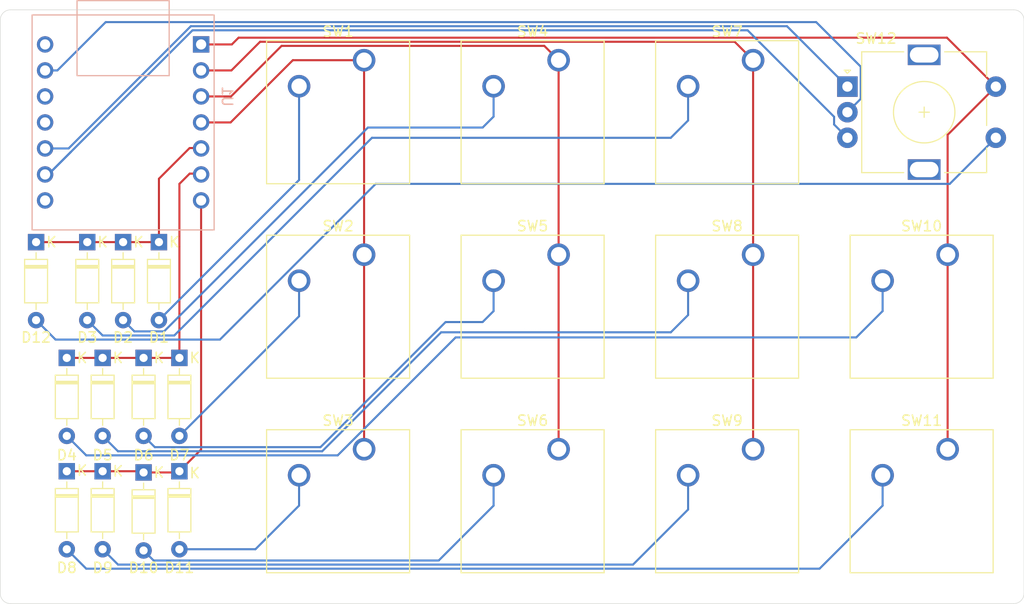
<source format=kicad_pcb>
(kicad_pcb (version 20240108) (generator "pcbnew") (generator_version "8.0")
  (layers (0 "F.Cu" signal) (31 "B.Cu" signal) (34 "B.Paste" user) (35 "F.Paste" user) (36 "B.SilkS" user "B.Silkscreen") (37 "F.SilkS" user "F.Silkscreen") (38 "B.Mask" user) (39 "F.Mask" user) (44 "Edge.Cuts" user))
  (net 0 "")
  (net 1 "GND")
  (net 2 "Net-(U1-PA5_A9_D9_MISO)")
  (net 3 "Net-(U1-PA7_A8_D8_SCK)")
  (net 5 "Net-(D1-A)")
  (net 6 "Net-(D1-K)")
  (net 7 "Net-(D2-A)")
  (net 8 "Net-(D10-K)")
  (net 9 "Net-(D3-A)")
  (net 10 "Net-(D4-A)")
  (net 11 "Net-(D5-A)")
  (net 12 "Net-(D6-A)")
  (net 13 "Net-(D7-A)")
  (net 14 "Net-(D8-A)")
  (net 15 "Net-(D9-A)")
  (net 16 "Net-(D10-A)")
  (net 17 "Net-(D11-A)")
  (net 18 "Net-(U1-PA11_A3_D3)")
  (net 19 "Net-(U1-PA10_A2_D2)")
  (net 20 "Net-(U1-PA4_A1_D1)")
  (net 21 "Net-(U1-PA02_A0_D0)")
  (net 22 "Net-(D12-A)")
  (net 26 "Net-(D4-K)")
  (footprint "Button_Switch_Keyboard:SW_Cherry_MX_1.00u_PCB" (layer "F.Cu") (at 80.54 77.92)
    (property "Reference" "SW1" (at -2.54 -2.794 0) (layer "F.SilkS"))
    (property "Value" "SW_Push")
    (fp_line (start -9.525 -1.905) (end 4.445 -1.905) (stroke (width 0.12)) (layer "F.SilkS"))
    (fp_line (start -9.525 12.065) (end -9.525 -1.905) (stroke (width 0.12)) (layer "F.SilkS"))
    (fp_line (start 4.445 -1.905) (end 4.445 12.065) (stroke (width 0.12)) (layer "F.SilkS"))
    (fp_line (start 4.445 12.065) (end -9.525 12.065) (stroke (width 0.12)) (layer "F.SilkS"))
    (pad "" np_thru_hole circle (at -7.62 5.08) (size 1.7 1.7) (drill 1.7) (layers "*.Cu" "*.Mask"))
    (pad "" np_thru_hole circle (at -2.54 5.08) (size 4 4) (drill 4) (layers "*.Cu" "*.Mask"))
    (pad "" np_thru_hole circle (at 2.54 5.08) (size 1.7 1.7) (drill 1.7) (layers "*.Cu" "*.Mask"))
    (pad "1" thru_hole circle (at 0 0) (size 2.2 2.2) (drill 1.5) (layers "*.Cu" "*.Mask") (net 18 "Net-(U1-PA11_A3_D3)"))
    (pad "2" thru_hole circle (at -6.35 2.54) (size 2.2 2.2) (drill 1.5) (layers "*.Cu" "*.Mask") (net 5 "Net-(D1-A)"))
  )
  (footprint "rotaryenc:RotaryEncoder_Alps_EC11E-Switch_Vertical_H20mm" (layer "F.Cu") (at 127.75 80.5)
    (property "Reference" "SW12" (at 2.8 -4.7 0) (layer "F.SilkS"))
    (property "Value" "RotaryEncoder_Switch")
    (fp_line (start -0.3 -1.6) (end 0.3 -1.6) (stroke (width 0.12)) (layer "F.SilkS"))
    (fp_line (start 0 -1.3) (end -0.3 -1.6) (stroke (width 0.12)) (layer "F.SilkS"))
    (fp_line (start 0.3 -1.6) (end 0 -1.3) (stroke (width 0.12)) (layer "F.SilkS"))
    (fp_line (start 1.4 -3.4) (end 1.4 8.4) (stroke (width 0.12)) (layer "F.SilkS"))
    (fp_line (start 5.5 -3.4) (end 1.4 -3.4) (stroke (width 0.12)) (layer "F.SilkS"))
    (fp_line (start 5.5 8.4) (end 1.4 8.4) (stroke (width 0.12)) (layer "F.SilkS"))
    (fp_line (start 7 2.5) (end 8 2.5) (stroke (width 0.12)) (layer "F.SilkS"))
    (fp_line (start 7.5 2) (end 7.5 3) (stroke (width 0.12)) (layer "F.SilkS"))
    (fp_line (start 9.5 -3.4) (end 13.6 -3.4) (stroke (width 0.12)) (layer "F.SilkS"))
    (fp_line (start 13.6 -3.4) (end 13.6 -1) (stroke (width 0.12)) (layer "F.SilkS"))
    (fp_line (start 13.6 1.2) (end 13.6 3.8) (stroke (width 0.12)) (layer "F.SilkS"))
    (fp_line (start 13.6 6) (end 13.6 8.4) (stroke (width 0.12)) (layer "F.SilkS"))
    (fp_line (start 13.6 8.4) (end 9.5 8.4) (stroke (width 0.12)) (layer "F.SilkS"))
    (fp_circle (center 7.5 2.5) (end 10.5 2.5) (stroke (width 0.12)) (fill none) (layer "F.SilkS"))
    (pad "A" thru_hole rect (at 0 0) (size 2 2) (drill 1) (layers "*.Cu" "*.Mask") (net 2 "Net-(U1-PA5_A9_D9_MISO)"))
    (pad "B" thru_hole circle (at 0 5) (size 2 2) (drill 1) (layers "*.Cu" "*.Mask") (net 3 "Net-(U1-PA7_A8_D8_SCK)"))
    (pad "C" thru_hole circle (at 0 2.5) (size 2 2) (drill 1) (layers "*.Cu" "*.Mask") (net 1 "GND"))
    (pad "MP" thru_hole rect (at 7.5 -3.1) (size 3.2 2) (drill oval 2.8 1.5) (layers "*.Cu" "*.Mask"))
    (pad "MP" thru_hole rect (at 7.5 8.1) (size 3.2 2) (drill oval 2.8 1.5) (layers "*.Cu" "*.Mask"))
    (pad "S1" thru_hole circle (at 14.5 5) (size 2 2) (drill 1) (layers "*.Cu" "*.Mask") (net 22 "Net-(D12-A)"))
    (pad "S2" thru_hole circle (at 14.5 0) (size 2 2) (drill 1) (layers "*.Cu" "*.Mask") (net 21 "Net-(U1-PA02_A0_D0)"))
  )
  (footprint "Button_Switch_Keyboard:SW_Cherry_MX_1.00u_PCB" (layer "F.Cu") (at 99.54 115.92)
    (property "Reference" "SW6" (at -2.54 -2.794 0) (layer "F.SilkS"))
    (property "Value" "SW_Push")
    (fp_line (start -9.525 -1.905) (end 4.445 -1.905) (stroke (width 0.12)) (layer "F.SilkS"))
    (fp_line (start -9.525 12.065) (end -9.525 -1.905) (stroke (width 0.12)) (layer "F.SilkS"))
    (fp_line (start 4.445 -1.905) (end 4.445 12.065) (stroke (width 0.12)) (layer "F.SilkS"))
    (fp_line (start 4.445 12.065) (end -9.525 12.065) (stroke (width 0.12)) (layer "F.SilkS"))
    (pad "" np_thru_hole circle (at -7.62 5.08) (size 1.7 1.7) (drill 1.7) (layers "*.Cu" "*.Mask"))
    (pad "" np_thru_hole circle (at -2.54 5.08) (size 4 4) (drill 4) (layers "*.Cu" "*.Mask"))
    (pad "" np_thru_hole circle (at 2.54 5.08) (size 1.7 1.7) (drill 1.7) (layers "*.Cu" "*.Mask"))
    (pad "1" thru_hole circle (at 0 0) (size 2.2 2.2) (drill 1.5) (layers "*.Cu" "*.Mask") (net 19 "Net-(U1-PA10_A2_D2)"))
    (pad "2" thru_hole circle (at -6.35 2.54) (size 2.2 2.2) (drill 1.5) (layers "*.Cu" "*.Mask") (net 16 "Net-(D10-A)"))
  )
  (footprint "Button_Switch_Keyboard:SW_Cherry_MX_1.00u_PCB" (layer "F.Cu") (at 80.54 115.92)
    (property "Reference" "SW3" (at -2.54 -2.794 0) (layer "F.SilkS"))
    (property "Value" "SW_Push")
    (fp_line (start -9.525 -1.905) (end 4.445 -1.905) (stroke (width 0.12)) (layer "F.SilkS"))
    (fp_line (start -9.525 12.065) (end -9.525 -1.905) (stroke (width 0.12)) (layer "F.SilkS"))
    (fp_line (start 4.445 -1.905) (end 4.445 12.065) (stroke (width 0.12)) (layer "F.SilkS"))
    (fp_line (start 4.445 12.065) (end -9.525 12.065) (stroke (width 0.12)) (layer "F.SilkS"))
    (pad "" np_thru_hole circle (at -7.62 5.08) (size 1.7 1.7) (drill 1.7) (layers "*.Cu" "*.Mask"))
    (pad "" np_thru_hole circle (at -2.54 5.08) (size 4 4) (drill 4) (layers "*.Cu" "*.Mask"))
    (pad "" np_thru_hole circle (at 2.54 5.08) (size 1.7 1.7) (drill 1.7) (layers "*.Cu" "*.Mask"))
    (pad "1" thru_hole circle (at 0 0) (size 2.2 2.2) (drill 1.5) (layers "*.Cu" "*.Mask") (net 18 "Net-(U1-PA11_A3_D3)"))
    (pad "2" thru_hole circle (at -6.35 2.54) (size 2.2 2.2) (drill 1.5) (layers "*.Cu" "*.Mask") (net 17 "Net-(D11-A)"))
  )
  (footprint "Diode_THT:D_DO-35_SOD27_P7.62mm_Horizontal" (layer "F.Cu") (at 60.5 95.69 -90)
    (property "Reference" "D1" (at 9.31 0 180) (layer "F.SilkS"))
    (property "Value" "1N4148" (hide yes))
    (fp_line (start 1.69 1.12) (end 5.93 1.12) (stroke (width 0.12)) (layer "F.SilkS"))
    (fp_line (start 5.93 1.12) (end 5.93 -1.12) (stroke (width 0.12)) (layer "F.SilkS"))
    (fp_line (start 1.04 0) (end 1.69 0) (stroke (width 0.12)) (layer "F.SilkS"))
    (fp_line (start 6.58 0) (end 5.93 0) (stroke (width 0.12)) (layer "F.SilkS"))
    (fp_line (start 1.69 -1.12) (end 1.69 1.12) (stroke (width 0.12)) (layer "F.SilkS"))
    (fp_line (start 2.29 -1.12) (end 2.29 1.12) (stroke (width 0.12)) (layer "F.SilkS"))
    (fp_line (start 2.41 -1.12) (end 2.41 1.12) (stroke (width 0.12)) (layer "F.SilkS"))
    (fp_line (start 2.53 -1.12) (end 2.53 1.12) (stroke (width 0.12)) (layer "F.SilkS"))
    (fp_line (start 5.93 -1.12) (end 1.69 -1.12) (stroke (width 0.12)) (layer "F.SilkS"))
    (fp_text user "K" (at 0 -1.5 180) (layer "F.SilkS"))
    (pad "1" thru_hole rect (at 0 0 270) (size 1.6 1.6) (drill 0.8) (layers "*.Cu" "*.Mask") (net 6 "Net-(D1-K)"))
    (pad "2" thru_hole oval (at 7.62 0 270) (size 1.6 1.6) (drill 0.8) (layers "*.Cu" "*.Mask") (net 5 "Net-(D1-A)"))
  )
  (footprint "Diode_THT:D_DO-35_SOD27_P7.62mm_Horizontal" (layer "F.Cu") (at 62.5 118.07 -90)
    (property "Reference" "D11" (at 9.43 0 180) (layer "F.SilkS"))
    (property "Value" "1N4148" (hide yes))
    (fp_line (start 1.69 1.12) (end 5.93 1.12) (stroke (width 0.12)) (layer "F.SilkS"))
    (fp_line (start 5.93 1.12) (end 5.93 -1.12) (stroke (width 0.12)) (layer "F.SilkS"))
    (fp_line (start 1.04 0) (end 1.69 0) (stroke (width 0.12)) (layer "F.SilkS"))
    (fp_line (start 6.58 0) (end 5.93 0) (stroke (width 0.12)) (layer "F.SilkS"))
    (fp_line (start 1.69 -1.12) (end 1.69 1.12) (stroke (width 0.12)) (layer "F.SilkS"))
    (fp_line (start 2.29 -1.12) (end 2.29 1.12) (stroke (width 0.12)) (layer "F.SilkS"))
    (fp_line (start 2.41 -1.12) (end 2.41 1.12) (stroke (width 0.12)) (layer "F.SilkS"))
    (fp_line (start 2.53 -1.12) (end 2.53 1.12) (stroke (width 0.12)) (layer "F.SilkS"))
    (fp_line (start 5.93 -1.12) (end 1.69 -1.12) (stroke (width 0.12)) (layer "F.SilkS"))
    (fp_text user "K" (at 0.18 -1.5 180) (layer "F.SilkS"))
    (pad "1" thru_hole rect (at 0 0 270) (size 1.6 1.6) (drill 0.8) (layers "*.Cu" "*.Mask") (net 8 "Net-(D10-K)"))
    (pad "2" thru_hole oval (at 7.62 0 270) (size 1.6 1.6) (drill 0.8) (layers "*.Cu" "*.Mask") (net 17 "Net-(D11-A)"))
  )
  (footprint "Button_Switch_Keyboard:SW_Cherry_MX_1.00u_PCB" (layer "F.Cu") (at 118.54 115.92)
    (property "Reference" "SW9" (at -2.54 -2.794 0) (layer "F.SilkS"))
    (property "Value" "SW_Push")
    (fp_line (start -9.525 -1.905) (end 4.445 -1.905) (stroke (width 0.12)) (layer "F.SilkS"))
    (fp_line (start -9.525 12.065) (end -9.525 -1.905) (stroke (width 0.12)) (layer "F.SilkS"))
    (fp_line (start 4.445 -1.905) (end 4.445 12.065) (stroke (width 0.12)) (layer "F.SilkS"))
    (fp_line (start 4.445 12.065) (end -9.525 12.065) (stroke (width 0.12)) (layer "F.SilkS"))
    (pad "" np_thru_hole circle (at -7.62 5.08) (size 1.7 1.7) (drill 1.7) (layers "*.Cu" "*.Mask"))
    (pad "" np_thru_hole circle (at -2.54 5.08) (size 4 4) (drill 4) (layers "*.Cu" "*.Mask"))
    (pad "" np_thru_hole circle (at 2.54 5.08) (size 1.7 1.7) (drill 1.7) (layers "*.Cu" "*.Mask"))
    (pad "1" thru_hole circle (at 0 0) (size 2.2 2.2) (drill 1.5) (layers "*.Cu" "*.Mask") (net 20 "Net-(U1-PA4_A1_D1)"))
    (pad "2" thru_hole circle (at -6.35 2.54) (size 2.2 2.2) (drill 1.5) (layers "*.Cu" "*.Mask") (net 15 "Net-(D9-A)"))
  )
  (footprint "Diode_THT:D_DO-35_SOD27_P7.62mm_Horizontal" (layer "F.Cu") (at 55 118.07 -90)
    (property "Reference" "D9" (at 9.43 0 180) (layer "F.SilkS"))
    (property "Value" "1N4148" (hide yes))
    (fp_line (start 1.69 1.12) (end 5.93 1.12) (stroke (width 0.12)) (layer "F.SilkS"))
    (fp_line (start 5.93 1.12) (end 5.93 -1.12) (stroke (width 0.12)) (layer "F.SilkS"))
    (fp_line (start 1.04 0) (end 1.69 0) (stroke (width 0.12)) (layer "F.SilkS"))
    (fp_line (start 6.58 0) (end 5.93 0) (stroke (width 0.12)) (layer "F.SilkS"))
    (fp_line (start 1.69 -1.12) (end 1.69 1.12) (stroke (width 0.12)) (layer "F.SilkS"))
    (fp_line (start 2.29 -1.12) (end 2.29 1.12) (stroke (width 0.12)) (layer "F.SilkS"))
    (fp_line (start 2.41 -1.12) (end 2.41 1.12) (stroke (width 0.12)) (layer "F.SilkS"))
    (fp_line (start 2.53 -1.12) (end 2.53 1.12) (stroke (width 0.12)) (layer "F.SilkS"))
    (fp_line (start 5.93 -1.12) (end 1.69 -1.12) (stroke (width 0.12)) (layer "F.SilkS"))
    (fp_text user "K" (at 0 -1.5 180) (layer "F.SilkS"))
    (pad "1" thru_hole rect (at 0 0 270) (size 1.6 1.6) (drill 0.8) (layers "*.Cu" "*.Mask") (net 8 "Net-(D10-K)"))
    (pad "2" thru_hole oval (at 7.62 0 270) (size 1.6 1.6) (drill 0.8) (layers "*.Cu" "*.Mask") (net 15 "Net-(D9-A)"))
  )
  (footprint "Diode_THT:D_DO-35_SOD27_P7.62mm_Horizontal" (layer "F.Cu") (at 51.5 107 -90)
    (property "Reference" "D4" (at 9.5 0 0) (layer "F.SilkS"))
    (property "Value" "1N4148")
    (fp_line (start 1.69 1.12) (end 5.93 1.12) (stroke (width 0.12)) (layer "F.SilkS"))
    (fp_line (start 5.93 1.12) (end 5.93 -1.12) (stroke (width 0.12)) (layer "F.SilkS"))
    (fp_line (start 1.04 0) (end 1.69 0) (stroke (width 0.12)) (layer "F.SilkS"))
    (fp_line (start 6.58 0) (end 5.93 0) (stroke (width 0.12)) (layer "F.SilkS"))
    (fp_line (start 1.69 -1.12) (end 1.69 1.12) (stroke (width 0.12)) (layer "F.SilkS"))
    (fp_line (start 2.29 -1.12) (end 2.29 1.12) (stroke (width 0.12)) (layer "F.SilkS"))
    (fp_line (start 2.41 -1.12) (end 2.41 1.12) (stroke (width 0.12)) (layer "F.SilkS"))
    (fp_line (start 2.53 -1.12) (end 2.53 1.12) (stroke (width 0.12)) (layer "F.SilkS"))
    (fp_line (start 5.93 -1.12) (end 1.69 -1.12) (stroke (width 0.12)) (layer "F.SilkS"))
    (fp_text user "K" (at 0 -1.5 180) (layer "F.SilkS"))
    (pad "1" thru_hole rect (at 0 0 270) (size 1.6 1.6) (drill 0.8) (layers "*.Cu" "*.Mask") (net 26 "Net-(D4-K)"))
    (pad "2" thru_hole oval (at 7.62 0 270) (size 1.6 1.6) (drill 0.8) (layers "*.Cu" "*.Mask") (net 10 "Net-(D4-A)"))
  )
  (footprint "Diode_THT:D_DO-35_SOD27_P7.62mm_Horizontal" (layer "F.Cu") (at 55 107 -90)
    (property "Reference" "D5" (at 9.5 0 180) (layer "F.SilkS"))
    (property "Value" "1N4148" (hide yes))
    (fp_line (start 1.69 1.12) (end 5.93 1.12) (stroke (width 0.12)) (layer "F.SilkS"))
    (fp_line (start 5.93 1.12) (end 5.93 -1.12) (stroke (width 0.12)) (layer "F.SilkS"))
    (fp_line (start 1.04 0) (end 1.69 0) (stroke (width 0.12)) (layer "F.SilkS"))
    (fp_line (start 6.58 0) (end 5.93 0) (stroke (width 0.12)) (layer "F.SilkS"))
    (fp_line (start 1.69 -1.12) (end 1.69 1.12) (stroke (width 0.12)) (layer "F.SilkS"))
    (fp_line (start 2.29 -1.12) (end 2.29 1.12) (stroke (width 0.12)) (layer "F.SilkS"))
    (fp_line (start 2.41 -1.12) (end 2.41 1.12) (stroke (width 0.12)) (layer "F.SilkS"))
    (fp_line (start 2.53 -1.12) (end 2.53 1.12) (stroke (width 0.12)) (layer "F.SilkS"))
    (fp_line (start 5.93 -1.12) (end 1.69 -1.12) (stroke (width 0.12)) (layer "F.SilkS"))
    (fp_text user "K" (at 0 -1.5 180) (layer "F.SilkS"))
    (pad "1" thru_hole rect (at 0 0 270) (size 1.6 1.6) (drill 0.8) (layers "*.Cu" "*.Mask") (net 26 "Net-(D4-K)"))
    (pad "2" thru_hole oval (at 7.62 0 270) (size 1.6 1.6) (drill 0.8) (layers "*.Cu" "*.Mask") (net 11 "Net-(D5-A)"))
  )
  (footprint "Button_Switch_Keyboard:SW_Cherry_MX_1.00u_PCB" (layer "F.Cu") (at 137.54 96.92)
    (property "Reference" "SW10" (at -2.54 -2.794 0) (layer "F.SilkS"))
    (property "Value" "SW_Push")
    (fp_line (start -9.525 -1.905) (end 4.445 -1.905) (stroke (width 0.12)) (layer "F.SilkS"))
    (fp_line (start -9.525 12.065) (end -9.525 -1.905) (stroke (width 0.12)) (layer "F.SilkS"))
    (fp_line (start 4.445 -1.905) (end 4.445 12.065) (stroke (width 0.12)) (layer "F.SilkS"))
    (fp_line (start 4.445 12.065) (end -9.525 12.065) (stroke (width 0.12)) (layer "F.SilkS"))
    (pad "" np_thru_hole circle (at -7.62 5.08) (size 1.7 1.7) (drill 1.7) (layers "*.Cu" "*.Mask"))
    (pad "" np_thru_hole circle (at -2.54 5.08) (size 4 4) (drill 4) (layers "*.Cu" "*.Mask"))
    (pad "" np_thru_hole circle (at 2.54 5.08) (size 1.7 1.7) (drill 1.7) (layers "*.Cu" "*.Mask"))
    (pad "1" thru_hole circle (at 0 0) (size 2.2 2.2) (drill 1.5) (layers "*.Cu" "*.Mask") (net 21 "Net-(U1-PA02_A0_D0)"))
    (pad "2" thru_hole circle (at -6.35 2.54) (size 2.2 2.2) (drill 1.5) (layers "*.Cu" "*.Mask") (net 10 "Net-(D4-A)"))
  )
  (footprint "Button_Switch_Keyboard:SW_Cherry_MX_1.00u_PCB" (layer "F.Cu") (at 99.54 77.92)
    (property "Reference" "SW4" (at -2.54 -2.794 0) (layer "F.SilkS"))
    (property "Value" "SW_Push")
    (fp_line (start -9.525 -1.905) (end 4.445 -1.905) (stroke (width 0.12)) (layer "F.SilkS"))
    (fp_line (start -9.525 12.065) (end -9.525 -1.905) (stroke (width 0.12)) (layer "F.SilkS"))
    (fp_line (start 4.445 -1.905) (end 4.445 12.065) (stroke (width 0.12)) (layer "F.SilkS"))
    (fp_line (start 4.445 12.065) (end -9.525 12.065) (stroke (width 0.12)) (layer "F.SilkS"))
    (pad "" np_thru_hole circle (at -7.62 5.08) (size 1.7 1.7) (drill 1.7) (layers "*.Cu" "*.Mask"))
    (pad "" np_thru_hole circle (at -2.54 5.08) (size 4 4) (drill 4) (layers "*.Cu" "*.Mask"))
    (pad "" np_thru_hole circle (at 2.54 5.08) (size 1.7 1.7) (drill 1.7) (layers "*.Cu" "*.Mask"))
    (pad "1" thru_hole circle (at 0 0) (size 2.2 2.2) (drill 1.5) (layers "*.Cu" "*.Mask") (net 19 "Net-(U1-PA10_A2_D2)"))
    (pad "2" thru_hole circle (at -6.35 2.54) (size 2.2 2.2) (drill 1.5) (layers "*.Cu" "*.Mask") (net 7 "Net-(D2-A)"))
  )
  (footprint "Diode_THT:D_DO-35_SOD27_P7.62mm_Horizontal" (layer "F.Cu") (at 57 95.69 -90)
    (property "Reference" "D2" (at 9.31 0 180) (layer "F.SilkS"))
    (property "Value" "1N4148" (hide yes))
    (fp_line (start 1.69 1.12) (end 5.93 1.12) (stroke (width 0.12)) (layer "F.SilkS"))
    (fp_line (start 5.93 1.12) (end 5.93 -1.12) (stroke (width 0.12)) (layer "F.SilkS"))
    (fp_line (start 1.04 0) (end 1.69 0) (stroke (width 0.12)) (layer "F.SilkS"))
    (fp_line (start 6.58 0) (end 5.93 0) (stroke (width 0.12)) (layer "F.SilkS"))
    (fp_line (start 1.69 -1.12) (end 1.69 1.12) (stroke (width 0.12)) (layer "F.SilkS"))
    (fp_line (start 2.29 -1.12) (end 2.29 1.12) (stroke (width 0.12)) (layer "F.SilkS"))
    (fp_line (start 2.41 -1.12) (end 2.41 1.12) (stroke (width 0.12)) (layer "F.SilkS"))
    (fp_line (start 2.53 -1.12) (end 2.53 1.12) (stroke (width 0.12)) (layer "F.SilkS"))
    (fp_line (start 5.93 -1.12) (end 1.69 -1.12) (stroke (width 0.12)) (layer "F.SilkS"))
    (fp_text user "K" (at 0 -1.5 180) (layer "F.SilkS"))
    (pad "1" thru_hole rect (at 0 0 270) (size 1.6 1.6) (drill 0.8) (layers "*.Cu" "*.Mask") (net 6 "Net-(D1-K)"))
    (pad "2" thru_hole oval (at 7.62 0 270) (size 1.6 1.6) (drill 0.8) (layers "*.Cu" "*.Mask") (net 7 "Net-(D2-A)"))
  )
  (footprint "Diode_THT:D_DO-35_SOD27_P7.62mm_Horizontal" (layer "F.Cu") (at 51.5 118.07 -90)
    (property "Reference" "D8" (at 9.43 0 180) (layer "F.SilkS"))
    (property "Value" "1N4148")
    (fp_line (start 1.69 1.12) (end 5.93 1.12) (stroke (width 0.12)) (layer "F.SilkS"))
    (fp_line (start 5.93 1.12) (end 5.93 -1.12) (stroke (width 0.12)) (layer "F.SilkS"))
    (fp_line (start 1.04 0) (end 1.69 0) (stroke (width 0.12)) (layer "F.SilkS"))
    (fp_line (start 6.58 0) (end 5.93 0) (stroke (width 0.12)) (layer "F.SilkS"))
    (fp_line (start 1.69 -1.12) (end 1.69 1.12) (stroke (width 0.12)) (layer "F.SilkS"))
    (fp_line (start 2.29 -1.12) (end 2.29 1.12) (stroke (width 0.12)) (layer "F.SilkS"))
    (fp_line (start 2.41 -1.12) (end 2.41 1.12) (stroke (width 0.12)) (layer "F.SilkS"))
    (fp_line (start 2.53 -1.12) (end 2.53 1.12) (stroke (width 0.12)) (layer "F.SilkS"))
    (fp_line (start 5.93 -1.12) (end 1.69 -1.12) (stroke (width 0.12)) (layer "F.SilkS"))
    (fp_text user "K" (at -0.07 -1.5 180) (layer "F.SilkS"))
    (pad "1" thru_hole rect (at 0 0 270) (size 1.6 1.6) (drill 0.8) (layers "*.Cu" "*.Mask") (net 8 "Net-(D10-K)"))
    (pad "2" thru_hole oval (at 7.62 0 270) (size 1.6 1.6) (drill 0.8) (layers "*.Cu" "*.Mask") (net 14 "Net-(D8-A)"))
  )
  (footprint "Button_Switch_Keyboard:SW_Cherry_MX_1.00u_PCB" (layer "F.Cu") (at 118.54 96.92)
    (property "Reference" "SW8" (at -2.54 -2.794 0) (layer "F.SilkS"))
    (property "Value" "SW_Push")
    (fp_line (start -9.525 -1.905) (end 4.445 -1.905) (stroke (width 0.12)) (layer "F.SilkS"))
    (fp_line (start -9.525 12.065) (end -9.525 -1.905) (stroke (width 0.12)) (layer "F.SilkS"))
    (fp_line (start 4.445 -1.905) (end 4.445 12.065) (stroke (width 0.12)) (layer "F.SilkS"))
    (fp_line (start 4.445 12.065) (end -9.525 12.065) (stroke (width 0.12)) (layer "F.SilkS"))
    (pad "" np_thru_hole circle (at -7.62 5.08) (size 1.7 1.7) (drill 1.7) (layers "*.Cu" "*.Mask"))
    (pad "" np_thru_hole circle (at -2.54 5.08) (size 4 4) (drill 4) (layers "*.Cu" "*.Mask"))
    (pad "" np_thru_hole circle (at 2.54 5.08) (size 1.7 1.7) (drill 1.7) (layers "*.Cu" "*.Mask"))
    (pad "1" thru_hole circle (at 0 0) (size 2.2 2.2) (drill 1.5) (layers "*.Cu" "*.Mask") (net 20 "Net-(U1-PA4_A1_D1)"))
    (pad "2" thru_hole circle (at -6.35 2.54) (size 2.2 2.2) (drill 1.5) (layers "*.Cu" "*.Mask") (net 11 "Net-(D5-A)"))
  )
  (footprint "Diode_THT:D_DO-35_SOD27_P7.62mm_Horizontal" (layer "F.Cu") (at 53.5 95.69 -90)
    (property "Reference" "D3" (at 9.31 0 180) (layer "F.SilkS"))
    (property "Value" "1N4148")
    (fp_line (start 1.69 1.12) (end 5.93 1.12) (stroke (width 0.12)) (layer "F.SilkS"))
    (fp_line (start 5.93 1.12) (end 5.93 -1.12) (stroke (width 0.12)) (layer "F.SilkS"))
    (fp_line (start 1.04 0) (end 1.69 0) (stroke (width 0.12)) (layer "F.SilkS"))
    (fp_line (start 6.58 0) (end 5.93 0) (stroke (width 0.12)) (layer "F.SilkS"))
    (fp_line (start 1.69 -1.12) (end 1.69 1.12) (stroke (width 0.12)) (layer "F.SilkS"))
    (fp_line (start 2.29 -1.12) (end 2.29 1.12) (stroke (width 0.12)) (layer "F.SilkS"))
    (fp_line (start 2.41 -1.12) (end 2.41 1.12) (stroke (width 0.12)) (layer "F.SilkS"))
    (fp_line (start 2.53 -1.12) (end 2.53 1.12) (stroke (width 0.12)) (layer "F.SilkS"))
    (fp_line (start 5.93 -1.12) (end 1.69 -1.12) (stroke (width 0.12)) (layer "F.SilkS"))
    (fp_text user "K" (at 0 -1.5 180) (layer "F.SilkS"))
    (pad "1" thru_hole rect (at 0 0 270) (size 1.6 1.6) (drill 0.8) (layers "*.Cu" "*.Mask") (net 6 "Net-(D1-K)"))
    (pad "2" thru_hole oval (at 7.62 0 270) (size 1.6 1.6) (drill 0.8) (layers "*.Cu" "*.Mask") (net 9 "Net-(D3-A)"))
  )
  (footprint "Diode_THT:D_DO-35_SOD27_P7.62mm_Horizontal" (layer "F.Cu") (at 59 118.19 -90)
    (property "Reference" "D10" (at 9.31 0 180) (layer "F.SilkS"))
    (property "Value" "1N4148" (hide yes))
    (fp_line (start 1.69 1.12) (end 5.93 1.12) (stroke (width 0.12)) (layer "F.SilkS"))
    (fp_line (start 5.93 1.12) (end 5.93 -1.12) (stroke (width 0.12)) (layer "F.SilkS"))
    (fp_line (start 1.04 0) (end 1.69 0) (stroke (width 0.12)) (layer "F.SilkS"))
    (fp_line (start 6.58 0) (end 5.93 0) (stroke (width 0.12)) (layer "F.SilkS"))
    (fp_line (start 1.69 -1.12) (end 1.69 1.12) (stroke (width 0.12)) (layer "F.SilkS"))
    (fp_line (start 2.29 -1.12) (end 2.29 1.12) (stroke (width 0.12)) (layer "F.SilkS"))
    (fp_line (start 2.41 -1.12) (end 2.41 1.12) (stroke (width 0.12)) (layer "F.SilkS"))
    (fp_line (start 2.53 -1.12) (end 2.53 1.12) (stroke (width 0.12)) (layer "F.SilkS"))
    (fp_line (start 5.93 -1.12) (end 1.69 -1.12) (stroke (width 0.12)) (layer "F.SilkS"))
    (fp_text user "K" (at 0 -1.5 180) (layer "F.SilkS"))
    (pad "1" thru_hole rect (at 0 0 270) (size 1.6 1.6) (drill 0.8) (layers "*.Cu" "*.Mask") (net 8 "Net-(D10-K)"))
    (pad "2" thru_hole oval (at 7.62 0 270) (size 1.6 1.6) (drill 0.8) (layers "*.Cu" "*.Mask") (net 16 "Net-(D10-A)"))
  )
  (footprint "Diode_THT:D_DO-35_SOD27_P7.62mm_Horizontal" (layer "F.Cu") (at 48.5 95.69 -90)
    (property "Reference" "D12" (at 9.31 0 180) (layer "F.SilkS"))
    (property "Value" "1N4148")
    (fp_line (start 1.69 1.12) (end 5.93 1.12) (stroke (width 0.12)) (layer "F.SilkS"))
    (fp_line (start 5.93 1.12) (end 5.93 -1.12) (stroke (width 0.12)) (layer "F.SilkS"))
    (fp_line (start 1.04 0) (end 1.69 0) (stroke (width 0.12)) (layer "F.SilkS"))
    (fp_line (start 6.58 0) (end 5.93 0) (stroke (width 0.12)) (layer "F.SilkS"))
    (fp_line (start 1.69 -1.12) (end 1.69 1.12) (stroke (width 0.12)) (layer "F.SilkS"))
    (fp_line (start 2.29 -1.12) (end 2.29 1.12) (stroke (width 0.12)) (layer "F.SilkS"))
    (fp_line (start 2.41 -1.12) (end 2.41 1.12) (stroke (width 0.12)) (layer "F.SilkS"))
    (fp_line (start 2.53 -1.12) (end 2.53 1.12) (stroke (width 0.12)) (layer "F.SilkS"))
    (fp_line (start 5.93 -1.12) (end 1.69 -1.12) (stroke (width 0.12)) (layer "F.SilkS"))
    (fp_text user "K" (at 0 -1.5 180) (layer "F.SilkS"))
    (pad "1" thru_hole rect (at 0 0 270) (size 1.6 1.6) (drill 0.8) (layers "*.Cu" "*.Mask") (net 6 "Net-(D1-K)"))
    (pad "2" thru_hole oval (at 7.62 0 270) (size 1.6 1.6) (drill 0.8) (layers "*.Cu" "*.Mask") (net 22 "Net-(D12-A)"))
  )
  (footprint "Diode_THT:D_DO-35_SOD27_P7.62mm_Horizontal" (layer "F.Cu") (at 62.5 107 -90)
    (property "Reference" "D7" (at 9.5 0 180) (layer "F.SilkS"))
    (property "Value" "1N4148" (hide yes))
    (fp_line (start 1.69 1.12) (end 5.93 1.12) (stroke (width 0.12)) (layer "F.SilkS"))
    (fp_line (start 5.93 1.12) (end 5.93 -1.12) (stroke (width 0.12)) (layer "F.SilkS"))
    (fp_line (start 1.04 0) (end 1.69 0) (stroke (width 0.12)) (layer "F.SilkS"))
    (fp_line (start 6.58 0) (end 5.93 0) (stroke (width 0.12)) (layer "F.SilkS"))
    (fp_line (start 1.69 -1.12) (end 1.69 1.12) (stroke (width 0.12)) (layer "F.SilkS"))
    (fp_line (start 2.29 -1.12) (end 2.29 1.12) (stroke (width 0.12)) (layer "F.SilkS"))
    (fp_line (start 2.41 -1.12) (end 2.41 1.12) (stroke (width 0.12)) (layer "F.SilkS"))
    (fp_line (start 2.53 -1.12) (end 2.53 1.12) (stroke (width 0.12)) (layer "F.SilkS"))
    (fp_line (start 5.93 -1.12) (end 1.69 -1.12) (stroke (width 0.12)) (layer "F.SilkS"))
    (fp_text user "K" (at 0 -1.5 180) (layer "F.SilkS"))
    (pad "1" thru_hole rect (at 0 0 270) (size 1.6 1.6) (drill 0.8) (layers "*.Cu" "*.Mask") (net 26 "Net-(D4-K)"))
    (pad "2" thru_hole oval (at 7.62 0 270) (size 1.6 1.6) (drill 0.8) (layers "*.Cu" "*.Mask") (net 13 "Net-(D7-A)"))
  )
  (footprint "Button_Switch_Keyboard:SW_Cherry_MX_1.00u_PCB" (layer "F.Cu") (at 118.54 77.92)
    (property "Reference" "SW7" (at -2.54 -2.794 0) (layer "F.SilkS"))
    (property "Value" "SW_Push")
    (fp_line (start -9.525 -1.905) (end 4.445 -1.905) (stroke (width 0.12)) (layer "F.SilkS"))
    (fp_line (start -9.525 12.065) (end -9.525 -1.905) (stroke (width 0.12)) (layer "F.SilkS"))
    (fp_line (start 4.445 -1.905) (end 4.445 12.065) (stroke (width 0.12)) (layer "F.SilkS"))
    (fp_line (start 4.445 12.065) (end -9.525 12.065) (stroke (width 0.12)) (layer "F.SilkS"))
    (pad "" np_thru_hole circle (at -7.62 5.08) (size 1.7 1.7) (drill 1.7) (layers "*.Cu" "*.Mask"))
    (pad "" np_thru_hole circle (at -2.54 5.08) (size 4 4) (drill 4) (layers "*.Cu" "*.Mask"))
    (pad "" np_thru_hole circle (at 2.54 5.08) (size 1.7 1.7) (drill 1.7) (layers "*.Cu" "*.Mask"))
    (pad "1" thru_hole circle (at 0 0) (size 2.2 2.2) (drill 1.5) (layers "*.Cu" "*.Mask") (net 20 "Net-(U1-PA4_A1_D1)"))
    (pad "2" thru_hole circle (at -6.35 2.54) (size 2.2 2.2) (drill 1.5) (layers "*.Cu" "*.Mask") (net 9 "Net-(D3-A)"))
  )
  (footprint "Diode_THT:D_DO-35_SOD27_P7.62mm_Horizontal" (layer "F.Cu") (at 59 107 -90)
    (property "Reference" "D6" (at 9.5 0 180) (layer "F.SilkS"))
    (property "Value" "1N4148" (hide yes))
    (fp_line (start 1.69 1.12) (end 5.93 1.12) (stroke (width 0.12)) (layer "F.SilkS"))
    (fp_line (start 5.93 1.12) (end 5.93 -1.12) (stroke (width 0.12)) (layer "F.SilkS"))
    (fp_line (start 1.04 0) (end 1.69 0) (stroke (width 0.12)) (layer "F.SilkS"))
    (fp_line (start 6.58 0) (end 5.93 0) (stroke (width 0.12)) (layer "F.SilkS"))
    (fp_line (start 1.69 -1.12) (end 1.69 1.12) (stroke (width 0.12)) (layer "F.SilkS"))
    (fp_line (start 2.29 -1.12) (end 2.29 1.12) (stroke (width 0.12)) (layer "F.SilkS"))
    (fp_line (start 2.41 -1.12) (end 2.41 1.12) (stroke (width 0.12)) (layer "F.SilkS"))
    (fp_line (start 2.53 -1.12) (end 2.53 1.12) (stroke (width 0.12)) (layer "F.SilkS"))
    (fp_line (start 5.93 -1.12) (end 1.69 -1.12) (stroke (width 0.12)) (layer "F.SilkS"))
    (fp_text user "K" (at 0 -1.5 180) (layer "F.SilkS"))
    (pad "1" thru_hole rect (at 0 0 270) (size 1.6 1.6) (drill 0.8) (layers "*.Cu" "*.Mask") (net 26 "Net-(D4-K)"))
    (pad "2" thru_hole oval (at 7.62 0 270) (size 1.6 1.6) (drill 0.8) (layers "*.Cu" "*.Mask") (net 12 "Net-(D6-A)"))
  )
  (footprint "Button_Switch_Keyboard:SW_Cherry_MX_1.00u_PCB" (layer "F.Cu") (at 80.54 96.92)
    (property "Reference" "SW2" (at -2.54 -2.794 0) (layer "F.SilkS"))
    (property "Value" "SW_Push")
    (fp_line (start -9.525 -1.905) (end 4.445 -1.905) (stroke (width 0.12)) (layer "F.SilkS"))
    (fp_line (start -9.525 12.065) (end -9.525 -1.905) (stroke (width 0.12)) (layer "F.SilkS"))
    (fp_line (start 4.445 -1.905) (end 4.445 12.065) (stroke (width 0.12)) (layer "F.SilkS"))
    (fp_line (start 4.445 12.065) (end -9.525 12.065) (stroke (width 0.12)) (layer "F.SilkS"))
    (pad "" np_thru_hole circle (at -7.62 5.08) (size 1.7 1.7) (drill 1.7) (layers "*.Cu" "*.Mask"))
    (pad "" np_thru_hole circle (at -2.54 5.08) (size 4 4) (drill 4) (layers "*.Cu" "*.Mask"))
    (pad "" np_thru_hole circle (at 2.54 5.08) (size 1.7 1.7) (drill 1.7) (layers "*.Cu" "*.Mask"))
    (pad "1" thru_hole circle (at 0 0) (size 2.2 2.2) (drill 1.5) (layers "*.Cu" "*.Mask") (net 18 "Net-(U1-PA11_A3_D3)"))
    (pad "2" thru_hole circle (at -6.35 2.54) (size 2.2 2.2) (drill 1.5) (layers "*.Cu" "*.Mask") (net 13 "Net-(D7-A)"))
  )
  (footprint "Button_Switch_Keyboard:SW_Cherry_MX_1.00u_PCB" (layer "F.Cu") (at 99.54 96.92)
    (property "Reference" "SW5" (at -2.54 -2.794 0) (layer "F.SilkS"))
    (property "Value" "SW_Push")
    (fp_line (start -9.525 -1.905) (end 4.445 -1.905) (stroke (width 0.12)) (layer "F.SilkS"))
    (fp_line (start -9.525 12.065) (end -9.525 -1.905) (stroke (width 0.12)) (layer "F.SilkS"))
    (fp_line (start 4.445 -1.905) (end 4.445 12.065) (stroke (width 0.12)) (layer "F.SilkS"))
    (fp_line (start 4.445 12.065) (end -9.525 12.065) (stroke (width 0.12)) (layer "F.SilkS"))
    (pad "" np_thru_hole circle (at -7.62 5.08) (size 1.7 1.7) (drill 1.7) (layers "*.Cu" "*.Mask"))
    (pad "" np_thru_hole circle (at -2.54 5.08) (size 4 4) (drill 4) (layers "*.Cu" "*.Mask"))
    (pad "" np_thru_hole circle (at 2.54 5.08) (size 1.7 1.7) (drill 1.7) (layers "*.Cu" "*.Mask"))
    (pad "1" thru_hole circle (at 0 0) (size 2.2 2.2) (drill 1.5) (layers "*.Cu" "*.Mask") (net 19 "Net-(U1-PA10_A2_D2)"))
    (pad "2" thru_hole circle (at -6.35 2.54) (size 2.2 2.2) (drill 1.5) (layers "*.Cu" "*.Mask") (net 12 "Net-(D6-A)"))
  )
  (footprint "Button_Switch_Keyboard:SW_Cherry_MX_1.00u_PCB" (layer "F.Cu") (at 137.54 115.92)
    (property "Reference" "SW11" (at -2.54 -2.794 0) (layer "F.SilkS"))
    (property "Value" "SW_Push")
    (fp_line (start -9.525 -1.905) (end 4.445 -1.905) (stroke (width 0.12)) (layer "F.SilkS"))
    (fp_line (start -9.525 12.065) (end -9.525 -1.905) (stroke (width 0.12)) (layer "F.SilkS"))
    (fp_line (start 4.445 -1.905) (end 4.445 12.065) (stroke (width 0.12)) (layer "F.SilkS"))
    (fp_line (start 4.445 12.065) (end -9.525 12.065) (stroke (width 0.12)) (layer "F.SilkS"))
    (pad "" np_thru_hole circle (at -7.62 5.08) (size 1.7 1.7) (drill 1.7) (layers "*.Cu" "*.Mask"))
    (pad "" np_thru_hole circle (at -2.54 5.08) (size 4 4) (drill 4) (layers "*.Cu" "*.Mask"))
    (pad "" np_thru_hole circle (at 2.54 5.08) (size 1.7 1.7) (drill 1.7) (layers "*.Cu" "*.Mask"))
    (pad "1" thru_hole circle (at 0 0) (size 2.2 2.2) (drill 1.5) (layers "*.Cu" "*.Mask") (net 21 "Net-(U1-PA02_A0_D0)"))
    (pad "2" thru_hole circle (at -6.35 2.54) (size 2.2 2.2) (drill 1.5) (layers "*.Cu" "*.Mask") (net 14 "Net-(D8-A)"))
  )
  (footprint "XIAO_PCB:MOUDLE14P-2.54-21X17.8MM" (layer "B.Cu") (at 57 84 90)
    (property "Reference" "U1" (at 2.54 10.16 -90) (layer "B.SilkS") (effects (justify mirror)))
    (property "Value" "Seeed Studio XIAO SAMD21")
    (fp_rect (start 4.57 4.5) (end 11.9 -4.5) (stroke (width 0.12)) (fill none) (layer "B.SilkS"))
    (fp_rect (start -10.5 8.89) (end 10.5 -8.89) (stroke (width 0.12)) (fill none) (layer "B.SilkS"))
    (pad "1" thru_hole rect (at 7.62 7.62 90) (size 1.6 1.6) (drill 1) (layers "*.Cu" "*.Mask") (net 21 "Net-(U1-PA02_A0_D0)"))
    (pad "2" thru_hole circle (at 5.08 7.62 90) (size 1.6 1.6) (drill 1) (layers "*.Cu" "*.Mask") (net 20 "Net-(U1-PA4_A1_D1)"))
    (pad "3" thru_hole circle (at 2.54 7.62 90) (size 1.6 1.6) (drill 1) (layers "*.Cu" "*.Mask") (net 19 "Net-(U1-PA10_A2_D2)"))
    (pad "4" thru_hole circle (at 0 7.62 90) (size 1.6 1.6) (drill 1) (layers "*.Cu" "*.Mask") (net 18 "Net-(U1-PA11_A3_D3)"))
    (pad "5" thru_hole circle (at -2.54 7.62 90) (size 1.6 1.6) (drill 1) (layers "*.Cu" "*.Mask") (net 6 "Net-(D1-K)"))
    (pad "6" thru_hole circle (at -5.08 7.62 90) (size 1.6 1.6) (drill 1) (layers "*.Cu" "*.Mask") (net 26 "Net-(D4-K)"))
    (pad "7" thru_hole circle (at -7.62 7.62 90) (size 1.6 1.6) (drill 1) (layers "*.Cu" "*.Mask") (net 8 "Net-(D10-K)"))
    (pad "8" thru_hole circle (at -7.62 -7.62 90) (size 1.6 1.6) (drill 1) (layers "*.Cu" "*.Mask"))
    (pad "9" thru_hole circle (at -5.08 -7.62 90) (size 1.6 1.6) (drill 1) (layers "*.Cu" "*.Mask") (net 3 "Net-(U1-PA7_A8_D8_SCK)"))
    (pad "10" thru_hole circle (at -2.54 -7.62 90) (size 1.6 1.6) (drill 1) (layers "*.Cu" "*.Mask") (net 2 "Net-(U1-PA5_A9_D9_MISO)"))
    (pad "11" thru_hole circle (at 0 -7.62 90) (size 1.6 1.6) (drill 1) (layers "*.Cu" "*.Mask"))
    (pad "12" thru_hole circle (at 2.54 -7.62 90) (size 1.6 1.6) (drill 1) (layers "*.Cu" "*.Mask"))
    (pad "13" thru_hole circle (at 5.08 -7.62 90) (size 1.6 1.6) (drill 1) (layers "*.Cu" "*.Mask") (net 1 "GND"))
    (pad "14" thru_hole circle (at 7.62 -7.62 90) (size 1.6 1.6) (drill 1) (layers "*.Cu" "*.Mask"))
  )
  (gr_arc (start 145 130) (mid 144.707107 130.707107) (end 144 131) (stroke (width 0.05)) (layer "Edge.Cuts"))
  (gr_arc (start 45 74) (mid 45.292893 73.292893) (end 46 73) (stroke (width 0.05)) (layer "Edge.Cuts"))
  (gr_arc (start 144 73) (mid 144.707107 73.292893) (end 145 74) (stroke (width 0.05)) (layer "Edge.Cuts"))
  (gr_line (start 145 74) (end 145 130) (stroke (width 0.05)) (layer "Edge.Cuts"))
  (gr_arc (start 46 131) (mid 45.292893 130.707107) (end 45 130) (stroke (width 0.05)) (layer "Edge.Cuts"))
  (gr_line (start 46 73) (end 144 73) (stroke (width 0.05)) (layer "Edge.Cuts"))
  (gr_line (start 45 130) (end 45 74) (stroke (width 0.05)) (layer "Edge.Cuts"))
  (gr_line (start 144 131) (end 46 131) (stroke (width 0.05)) (layer "Edge.Cuts"))
  (segment (start 129.05 81.7) (end 129.05 78.55) (width 0.2) (layer "B.Cu") (net 1))
  (segment (start 124.7 74.2) (end 55.3 74.2) (width 0.2) (layer "B.Cu") (net 1))
  (segment (start 127.75 83) (end 129.05 81.7) (width 0.2) (layer "B.Cu") (net 1))
  (segment (start 55.3 74.2) (end 50.58 78.92) (width 0.2) (layer "B.Cu") (net 1))
  (segment (start 50.58 78.92) (end 49.38 78.92) (width 0.2) (layer "B.Cu") (net 1))
  (segment (start 129.05 78.55) (end 124.7 74.2) (width 0.2) (layer "B.Cu") (net 1))
  (segment (start 121.85 74.6) (end 63.614314 74.6) (width 0.2) (layer "B.Cu") (net 2))
  (segment (start 63.614314 74.6) (end 51.674314 86.54) (width 0.2) (layer "B.Cu") (net 2))
  (segment (start 127.75 80.5) (end 121.85 74.6) (width 0.2) (layer "B.Cu") (net 2))
  (segment (start 51.674314 86.54) (end 49.38 86.54) (width 0.2) (layer "B.Cu") (net 2))
  (segment (start 127.75 85.5) (end 126.45 84.2) (width 0.2) (layer "B.Cu") (net 3))
  (segment (start 63.78 75) (end 51.89 86.89) (width 0.2) (layer "B.Cu") (net 3))
  (segment (start 51.89 86.89) (end 50.39 88.39) (width 0.2) (layer "B.Cu") (net 3))
  (segment (start 126.45 84.2) (end 126.45 83.45) (width 0.2) (layer "B.Cu") (net 3))
  (segment (start 118 75) (end 63.78 75) (width 0.2) (layer "B.Cu") (net 3))
  (segment (start 51.89 86.89) (end 49.7 89.08) (width 0.2) (layer "B.Cu") (net 3))
  (segment (start 126.45 83.45) (end 118 75) (width 0.2) (layer "B.Cu") (net 3))
  (segment (start 50.39 88.39) (end 49.7 89.08) (width 0.2) (layer "B.Cu") (net 3))
  (segment (start 49.7 89.08) (end 49.38 89.08) (width 0.2) (layer "B.Cu") (net 3))
  (segment (start 74.19 89.62) (end 74.19 80.46) (width 0.2) (layer "B.Cu") (net 5))
  (segment (start 60.5 103.31) (end 74.19 89.62) (width 0.2) (layer "B.Cu") (net 5))
  (segment (start 57 95.69) (end 60.5 95.69) (width 0.2) (layer "F.Cu") (net 6))
  (segment (start 53.5 95.69) (end 57 95.69) (width 0.2) (layer "F.Cu") (net 6))
  (segment (start 64.58 86.5) (end 64.62 86.54) (width 0.2) (layer "F.Cu") (net 6))
  (segment (start 63.5 86.5) (end 64.58 86.5) (width 0.2) (layer "F.Cu") (net 6))
  (segment (start 60.5 95.69) (end 60.5 89.5) (width 0.2) (layer "F.Cu") (net 6))
  (segment (start 60.5 89.5) (end 63.5 86.5) (width 0.2) (layer "F.Cu") (net 6))
  (segment (start 48.5 95.69) (end 53.5 95.69) (width 0.2) (layer "F.Cu") (net 6))
  (segment (start 80.91 84.5) (end 61 104.41) (width 0.2) (layer "B.Cu") (net 7))
  (segment (start 92.117056 84.5) (end 80.91 84.5) (width 0.2) (layer "B.Cu") (net 7))
  (segment (start 58.1 104.41) (end 57 103.31) (width 0.2) (layer "B.Cu") (net 7))
  (segment (start 61 104.41) (end 58.1 104.41) (width 0.2) (layer "B.Cu") (net 7))
  (segment (start 93.19 83.427056) (end 92.117056 84.5) (width 0.2) (layer "B.Cu") (net 7))
  (segment (start 93.19 80.46) (end 93.19 83.427056) (width 0.2) (layer "B.Cu") (net 7))
  (segment (start 51.5 118.07) (end 55 118.07) (width 0.2) (layer "F.Cu") (net 8))
  (segment (start 55 118.07) (end 58.88 118.07) (width 0.2) (layer "F.Cu") (net 8))
  (segment (start 59 118.19) (end 62.38 118.19) (width 0.2) (layer "F.Cu") (net 8))
  (segment (start 64.62 115.95) (end 64.62 91.62) (width 0.2) (layer "F.Cu") (net 8))
  (segment (start 62.38 118.19) (end 62.5 118.07) (width 0.2) (layer "F.Cu") (net 8))
  (segment (start 62.5 118.07) (end 64.62 115.95) (width 0.2) (layer "F.Cu") (net 8))
  (segment (start 58.88 118.07) (end 59 118.19) (width 0.2) (layer "F.Cu") (net 8))
  (segment (start 62 104.81) (end 55 104.81) (width 0.2) (layer "B.Cu") (net 9))
  (segment (start 110.5 85.5) (end 81.31 85.5) (width 0.2) (layer "B.Cu") (net 9))
  (segment (start 112.19 83.81) (end 110.5 85.5) (width 0.2) (layer "B.Cu") (net 9))
  (segment (start 55 104.81) (end 53.5 103.31) (width 0.2) (layer "B.Cu") (net 9))
  (segment (start 112.19 80.46) (end 112.19 83.81) (width 0.2) (layer "B.Cu") (net 9))
  (segment (start 81.31 85.5) (end 62 104.81) (width 0.2) (layer "B.Cu") (net 9))
  (segment (start 131.19 102.427056) (end 131.19 99.46) (width 0.2) (layer "B.Cu") (net 10))
  (segment (start 77.960101 116.52) (end 89.480101 105) (width 0.2) (layer "B.Cu") (net 10))
  (segment (start 53.4 116.52) (end 77.960101 116.52) (width 0.2) (layer "B.Cu") (net 10))
  (segment (start 89.480101 105) (end 128.617056 105) (width 0.2) (layer "B.Cu") (net 10))
  (segment (start 128.617056 105) (end 131.19 102.427056) (width 0.2) (layer "B.Cu") (net 10))
  (segment (start 51.5 114.62) (end 53.4 116.52) (width 0.2) (layer "B.Cu") (net 10))
  (segment (start 112.19 102.81) (end 112.19 99.46) (width 0.2) (layer "B.Cu") (net 11))
  (segment (start 110.5 104.5) (end 112.19 102.81) (width 0.2) (layer "B.Cu") (net 11))
  (segment (start 55 114.62) (end 56.5 116.12) (width 0.2) (layer "B.Cu") (net 11))
  (segment (start 88.065686 104.5) (end 110.5 104.5) (width 0.2) (layer "B.Cu") (net 11))
  (segment (start 56.5 116.12) (end 76.445686 116.12) (width 0.2) (layer "B.Cu") (net 11))
  (segment (start 76.445686 116.12) (end 88.065686 104.5) (width 0.2) (layer "B.Cu") (net 11))
  (segment (start 92.117056 103.5) (end 93.19 102.427056) (width 0.2) (layer "B.Cu") (net 12))
  (segment (start 60.1 115.72) (end 76.28 115.72) (width 0.2) (layer "B.Cu") (net 12))
  (segment (start 76.28 115.72) (end 88.5 103.5) (width 0.2) (layer "B.Cu") (net 12))
  (segment (start 59 114.62) (end 60.1 115.72) (width 0.2) (layer "B.Cu") (net 12))
  (segment (start 93.19 102.427056) (end 93.19 99.46) (width 0.2) (layer "B.Cu") (net 12))
  (segment (start 88.5 103.5) (end 92.117056 103.5) (width 0.2) (layer "B.Cu") (net 12))
  (segment (start 74.19 102.93) (end 74.19 99.46) (width 0.2) (layer "B.Cu") (net 13))
  (segment (start 62.5 114.62) (end 74.19 102.93) (width 0.2) (layer "B.Cu") (net 13))
  (segment (start 131.19 121.427056) (end 131.19 118.46) (width 0.2) (layer "B.Cu") (net 14))
  (segment (start 53.4 127.59) (end 125.027056 127.59) (width 0.2) (layer "B.Cu") (net 14))
  (segment (start 125.027056 127.59) (end 131.19 121.427056) (width 0.2) (layer "B.Cu") (net 14))
  (segment (start 51.5 125.69) (end 53.4 127.59) (width 0.2) (layer "B.Cu") (net 14))
  (segment (start 56.5 127.19) (end 106.81 127.19) (width 0.2) (layer "B.Cu") (net 15))
  (segment (start 106.81 127.19) (end 112.19 121.81) (width 0.2) (layer "B.Cu") (net 15))
  (segment (start 55 125.69) (end 56.5 127.19) (width 0.2) (layer "B.Cu") (net 15))
  (segment (start 112.19 121.81) (end 112.19 118.46) (width 0.2) (layer "B.Cu") (net 15))
  (segment (start 87.827056 126.79) (end 93.19 121.427056) (width 0.2) (layer "B.Cu") (net 16))
  (segment (start 93.19 121.427056) (end 93.19 118.46) (width 0.2) (layer "B.Cu") (net 16))
  (segment (start 59 125.81) (end 59.98 126.79) (width 0.2) (layer "B.Cu") (net 16))
  (segment (start 59.98 126.79) (end 87.827056 126.79) (width 0.2) (layer "B.Cu") (net 16))
  (segment (start 62.5 125.69) (end 69.927056 125.69) (width 0.2) (layer "B.Cu") (net 17))
  (segment (start 69.927056 125.69) (end 74.19 121.427056) (width 0.2) (layer "B.Cu") (net 17))
  (segment (start 74.19 121.427056) (end 74.19 118.46) (width 0.2) (layer "B.Cu") (net 17))
  (segment (start 73.58 77.92) (end 67.5 84) (width 0.2) (layer "F.Cu") (net 18))
  (segment (start 80.54 77.92) (end 80.54 96.92) (width 0.2) (layer "F.Cu") (net 18))
  (segment (start 67.5 84) (end 64.62 84) (width 0.2) (layer "F.Cu") (net 18))
  (segment (start 80.54 96.92) (end 80.54 115.92) (width 0.2) (layer "F.Cu") (net 18))
  (segment (start 80.54 77.92) (end 73.58 77.92) (width 0.2) (layer "F.Cu") (net 18))
  (segment (start 99.54 77.92) (end 99.54 96.92) (width 0.2) (layer "F.Cu") (net 19))
  (segment (start 99.54 77.92) (end 98.14 76.52) (width 0.2) (layer "F.Cu") (net 19))
  (segment (start 67.5 81.5) (end 67.46 81.46) (width 0.2) (layer "F.Cu") (net 19))
  (segment (start 98.14 76.52) (end 72.48 76.52) (width 0.2) (layer "F.Cu") (net 19))
  (segment (start 67.46 81.46) (end 64.62 81.46) (width 0.2) (layer "F.Cu") (net 19))
  (segment (start 99.54 96.92) (end 99.54 115.92) (width 0.2) (layer "F.Cu") (net 19))
  (segment (start 72.48 76.52) (end 67.5 81.5) (width 0.2) (layer "F.Cu") (net 19))
  (segment (start 118.54 77.92) (end 118.54 96.92) (width 0.2) (layer "F.Cu") (net 20))
  (segment (start 64.62 78.92) (end 67.58 78.92) (width 0.2) (layer "F.Cu") (net 20))
  (segment (start 118.54 96.92) (end 118.54 115.92) (width 0.2) (layer "F.Cu") (net 20))
  (segment (start 70.38 76.12) (end 116.74 76.12) (width 0.2) (layer "F.Cu") (net 20))
  (segment (start 116.74 76.12) (end 118.54 77.92) (width 0.2) (layer "F.Cu") (net 20))
  (segment (start 67.58 78.92) (end 70.38 76.12) (width 0.2) (layer "F.Cu") (net 20))
  (segment (start 64.62 76.38) (end 67.62 76.38) (width 0.2) (layer "F.Cu") (net 21))
  (segment (start 137.54 85.21) (end 137.54 96.92) (width 0.2) (layer "F.Cu") (net 21))
  (segment (start 68.28 75.72) (end 137.47 75.72) (width 0.2) (layer "F.Cu") (net 21))
  (segment (start 137.47 75.72) (end 142.25 80.5) (width 0.2) (layer "F.Cu") (net 21))
  (segment (start 137.54 96.92) (end 137.54 115.92) (width 0.2) (layer "F.Cu") (net 21))
  (segment (start 67.62 76.38) (end 68.28 75.72) (width 0.2) (layer "F.Cu") (net 21))
  (segment (start 142.25 80.5) (end 137.54 85.21) (width 0.2) (layer "F.Cu") (net 21))
  (segment (start 66.460101 105.21) (end 50.4 105.21) (width 0.2) (layer "B.Cu") (net 22))
  (segment (start 137.75 90) (end 81.670101 90) (width 0.2) (layer "B.Cu") (net 22))
  (segment (start 142.25 85.5) (end 137.75 90) (width 0.2) (layer "B.Cu") (net 22))
  (segment (start 50.4 105.21) (end 48.5 103.31) (width 0.2) (layer "B.Cu") (net 22))
  (segment (start 81.670101 90) (end 66.460101 105.21) (width 0.2) (layer "B.Cu") (net 22))
  (segment (start 59 107) (end 62.5 107) (width 0.2) (layer "F.Cu") (net 26))
  (segment (start 51.5 107) (end 55 107) (width 0.2) (layer "F.Cu") (net 26))
  (segment (start 64.54 89) (end 64.62 89.08) (width 0.2) (layer "F.Cu") (net 26))
  (segment (start 55 107) (end 59 107) (width 0.2) (layer "F.Cu") (net 26))
  (segment (start 63.5 89) (end 64.54 89) (width 0.2) (layer "F.Cu") (net 26))
  (segment (start 62.5 107) (end 62.5 90) (width 0.2) (layer "F.Cu") (net 26))
  (segment (start 62.5 90) (end 63.5 89) (width 0.2) (layer "F.Cu") (net 26))
)
</source>
